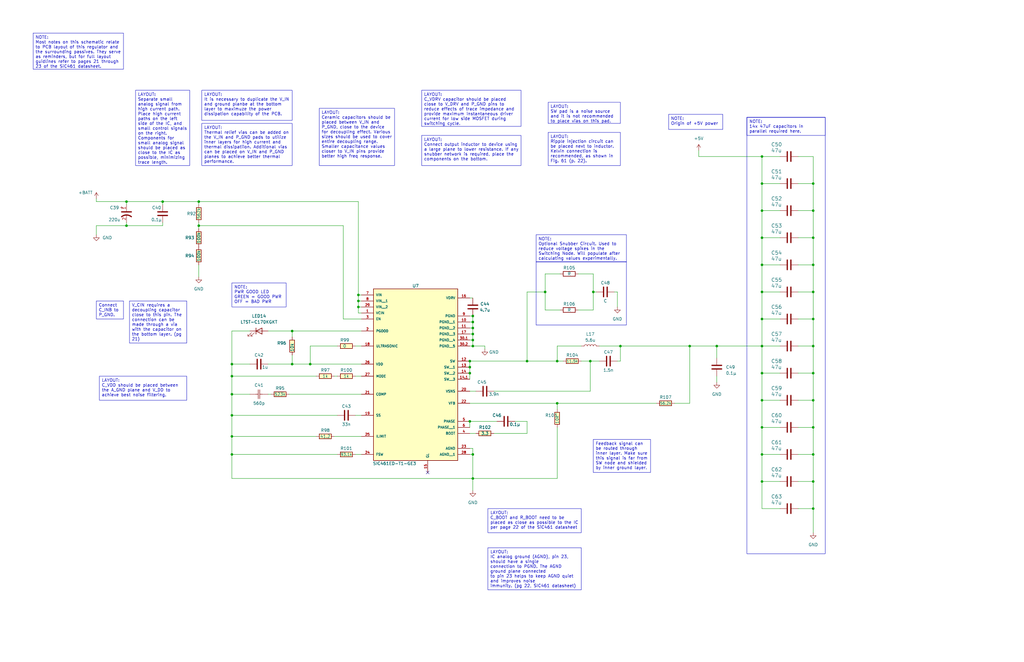
<source format=kicad_sch>
(kicad_sch (version 20230121) (generator eeschema)
  (paper "B")
  (title_block (title "5V Regulator"))
  (lib_symbols
    (symbol "Device:C" (pin_numbers hide) (pin_names (offset 0.254))
      (property "Reference" "C" (at 0.635 2.54 0))
      (property "Value" "C" (at 0.635 -2.54 0))
      (symbol "C_1_1"
        (pin passive line (at 0 3.81 270) (length 2.794) (name "~") (number "1"))
        (pin passive line (at 0 -3.81 90) (length 2.794) (name "~") (number "2"))
      )
    )
    (symbol "Device:R" (pin_numbers hide) (pin_names (offset 0))
      (property "Reference" "R" (at 2.032 0 90))
      (property "Value" "R" (at 0 0 90))
      (symbol "R_1_1"
        (pin passive line (at 0 3.81 270) (length 1.27) (name "~") (number "1"))
        (pin passive line (at 0 -3.81 90) (length 1.27) (name "~") (number "2"))
      )
    )
    (symbol "FixedWing:08053C333KAT2A" (pin_numbers hide) (pin_names (offset 1.016) hide)
      (property "Reference" "C" (at 1.27 2.54 0))
      (property "Value" "33n" (at 0 -3.81 0))
      (symbol "08053C333KAT2A_1_1"
        (pin passive line (at 0 0 0) (length 2.794) (name "~") (number "1"))
        (pin passive line (at 7.62 0 180) (length 2.794) (name "~") (number "2"))
      )
    )
    (symbol "FixedWing:CC0805JRNPO9BN561" (pin_numbers hide) (pin_names (offset 0) hide)
      (property "Reference" "C" (at 3.81 3.81 0))
      (property "Value" "560p" (at 3.81 -3.81 0))
      (symbol "CC0805JRNPO9BN561_1_1"
        (pin passive line (at 0 0 0) (length 2.54) (name "") (number "1"))
        (pin passive line (at 7.62 0 180) (length 2.54) (name "") (number "2"))
      )
      (symbol "CC0805JRNPO9BN561_1_2"
        (pin unspecified line (at 0 0 270) (length 2.54) (name "") (number "1"))
        (pin unspecified line (at 0 -7.62 90) (length 2.54) (name "") (number "2"))
      )
    )
    (symbol "FixedWing:CRCW080541K2FKEA" (pin_numbers hide) (pin_names (offset 0.254) hide)
      (property "Reference" "R" (at 3.81 2.54 0))
      (property "Value" "41.2" (at 3.81 -2.54 0))
      (symbol "CRCW080541K2FKEA_1_1"
        (pin passive line (at 0 0 0) (length 1.27) (name "~") (number "1"))
        (pin passive line (at 7.62 0 180) (length 1.27) (name "~") (number "2"))
      )
      (symbol "CRCW080541K2FKEA_1_2"
        (pin unspecified line (at 0 12.7 270) (length 2.54) (name "") (number "1"))
        (pin unspecified line (at 0 0 90) (length 2.54) (name "") (number "2"))
      )
    )
    (symbol "FixedWing:EEUFR1J221L" (pin_names (offset 0) hide)
      (property "Reference" "C" (at 2.54 3.81 0))
      (property "Value" "220u" (at 1.27 -5.08 0))
      (symbol "EEUFR1J221L_1_1"
        (pin passive line (at 0 0 0) (length 2.794) (name "P") (number "1"))
        (pin passive line (at 7.62 0 180) (length 3.302) (name "N") (number "2"))
      )
    )
    (symbol "FixedWing:GCJ188R72A104KA01D" (pin_numbers hide) (pin_names (offset 0) hide)
      (property "Reference" "C" (at 1.27 2.54 0))
      (property "Value" "0.1µ" (at 7.62 -2.54 0))
      (symbol "GCJ188R72A104KA01D_1_1"
        (pin passive line (at 0 0 0) (length 2.794) (name "~") (number "1"))
        (pin passive line (at 7.62 0 180) (length 2.794) (name "~") (number "2"))
      )
      (symbol "GCJ188R72A104KA01D_1_2"
        (pin unspecified line (at 0 0 270) (length 2.54) (name "") (number "1"))
        (pin unspecified line (at 0 -7.62 90) (length 2.54) (name "") (number "2"))
      )
    )
    (symbol "FixedWing:GCM188R71C105KA64D" (pin_numbers hide) (pin_names (offset 0) hide)
      (property "Reference" "C" (at 0 1.27 0))
      (property "Value" "1u" (at 5.08 -2.54 0))
      (symbol "GCM188R71C105KA64D_1_1"
        (pin passive line (at 0 0 0) (length 2.794) (name "~") (number "1"))
        (pin passive line (at 7.62 0 180) (length 2.794) (name "~") (number "2"))
      )
    )
    (symbol "FixedWing:GCM21BC71E475KE36L" (pin_numbers hide) (pin_names (offset 0) hide)
      (property "Reference" "C" (at 0 1.27 0))
      (property "Value" "4.7u" (at 5.08 -2.54 0))
      (symbol "GCM21BC71E475KE36L_1_1"
        (pin passive line (at 0 0 0) (length 2.794) (name "~") (number "1"))
        (pin passive line (at 7.62 0 180) (length 2.794) (name "~") (number "2"))
      )
    )
    (symbol "FixedWing:GRM2165C1H152JA01D" (pin_numbers hide) (pin_names (offset 0.254) hide)
      (property "Reference" "C" (at 1.27 2.54 0))
      (property "Value" "1.5n" (at 7.62 -2.54 0))
      (symbol "GRM2165C1H152JA01D_1_1"
        (pin passive line (at 0 0 0) (length 2.794) (name "~") (number "1"))
        (pin passive line (at 7.62 0 180) (length 2.794) (name "~") (number "2"))
      )
      (symbol "GRM2165C1H152JA01D_1_2"
        (pin unspecified line (at 0 0 270) (length 2.54) (name "") (number "1"))
        (pin unspecified line (at 0 -7.62 90) (length 2.54) (name "") (number "2"))
      )
    )
    (symbol "FixedWing:GRM2165C1H392JA01D" (pin_numbers hide) (pin_names (offset 0) hide)
      (property "Reference" "C" (at 1.27 2.54 0))
      (property "Value" "3.9n" (at 8.89 -2.54 0))
      (symbol "GRM2165C1H392JA01D_1_1"
        (pin passive line (at 0 0 0) (length 2.794) (name "~") (number "1"))
        (pin passive line (at 7.62 0 180) (length 2.794) (name "~") (number "2"))
      )
      (symbol "GRM2165C1H392JA01D_1_2"
        (pin unspecified line (at 0 0 270) (length 2.54) (name "") (number "1"))
        (pin unspecified line (at 0 -7.62 90) (length 2.54) (name "") (number "2"))
      )
    )
    (symbol "FixedWing:GRM32ER71A476KE15L" (pin_numbers hide) (pin_names (offset 0) hide)
      (property "Reference" "C" (at 1.27 2.54 0))
      (property "Value" "47u" (at 7.62 -2.54 0))
      (symbol "GRM32ER71A476KE15L_1_1"
        (pin passive line (at 0 0 0) (length 2.794) (name "~") (number "1"))
        (pin passive line (at 7.62 0 180) (length 2.794) (name "~") (number "2"))
      )
      (symbol "GRM32ER71A476KE15L_1_2"
        (pin unspecified line (at 0 0 270) (length 2.54) (name "") (number "1"))
        (pin unspecified line (at 0 -7.62 90) (length 2.54) (name "") (number "2"))
      )
    )
    (symbol "FixedWing:IHLP6767GZER5R6M01" (pin_numbers hide) (pin_names (offset 0) hide)
      (property "Reference" "L" (at 3.81 2.54 0))
      (property "Value" "5.6u" (at 3.81 -2.54 0))
      (symbol "IHLP6767GZER5R6M01_1_1"
        (pin passive line (at 0 0 0) (length 1.27) (name "1") (number "1"))
        (pin passive line (at 7.62 0 180) (length 1.27) (name "2") (number "2"))
      )
      (symbol "IHLP6767GZER5R6M01_1_2"
        (pin unspecified line (at 0 15.24 270) (length 2.54) (name "1") (number "1"))
        (pin unspecified line (at 0 0 90) (length 2.54) (name "2") (number "2"))
      )
    )
    (symbol "FixedWing:LTST-C170KGKT" (pin_numbers hide) (pin_names (offset 0) hide)
      (property "Reference" "LED" (at 11.43 5.715 0))
      (property "Value" "LTST-C170KGKT" (at 11.43 3.81 0))
      (symbol "LTST-C170KGKT_1_1"
        (pin passive line (at 0 0 0) (length 2.54) (name "K") (number "1"))
        (pin passive line (at 7.62 0 180) (length 2.54) (name "A") (number "2"))
      )
      (symbol "LTST-C170KGKT_1_2"
        (pin unspecified line (at 0 10.16 270) (length 2.54) (name "") (number "1"))
        (pin unspecified line (at 0 0 90) (length 2.54) (name "") (number "2"))
      )
    )
    (symbol "FixedWing:RC0805FR-07100KL" (pin_numbers hide) (pin_names (offset 1.016) hide)
      (property "Reference" "R" (at 2.54 1.27 0))
      (property "Value" "100k" (at 1.27 -3.81 0))
      (symbol "RC0805FR-07100KL_1_1"
        (pin passive line (at 0 0 0) (length 1.27) (name "~") (number "1"))
        (pin passive line (at 7.62 0 180) (length 1.27) (name "~") (number "2"))
      )
    )
    (symbol "FixedWing:RC0805FR-0711K5L" (pin_numbers hide) (pin_names (offset 0.254) hide)
      (property "Reference" "R" (at 3.81 2.54 0))
      (property "Value" "11.5k" (at 3.81 -2.54 0))
      (symbol "RC0805FR-0711K5L_1_1"
        (pin passive line (at 0 0 0) (length 1.27) (name "~") (number "1"))
        (pin passive line (at 7.62 0 180) (length 1.27) (name "~") (number "2"))
      )
      (symbol "RC0805FR-0711K5L_1_2"
        (pin unspecified line (at 0 12.7 270) (length 2.54) (name "") (number "1"))
        (pin unspecified line (at 0 0 90) (length 2.54) (name "") (number "2"))
      )
    )
    (symbol "FixedWing:RC0805FR-071KL" (pin_numbers hide) (pin_names (offset 0) hide)
      (property "Reference" "R" (at 3.81 2.54 0))
      (property "Value" "1k" (at 3.81 -2.54 0))
      (symbol "RC0805FR-071KL_1_1"
        (pin passive line (at 0 0 0) (length 1.27) (name "~") (number "1"))
        (pin passive line (at 7.62 0 180) (length 1.27) (name "~") (number "2"))
      )
      (symbol "RC0805FR-071KL_1_2"
        (pin unspecified line (at 0 12.7 270) (length 2.54) (name "") (number "1"))
        (pin unspecified line (at 0 0 90) (length 2.54) (name "") (number "2"))
      )
    )
    (symbol "FixedWing:RC0805FR-07523KL" (pin_numbers hide) (pin_names (offset 0.254) hide)
      (property "Reference" "R" (at 3.81 2.54 0))
      (property "Value" "523k" (at 3.81 -2.54 0))
      (symbol "RC0805FR-07523KL_1_1"
        (pin passive line (at 0 0 0) (length 1.27) (name "~") (number "1"))
        (pin passive line (at 7.62 0 180) (length 1.27) (name "~") (number "2"))
      )
      (symbol "RC0805FR-07523KL_1_2"
        (pin unspecified line (at 0 12.7 270) (length 2.54) (name "") (number "1"))
        (pin unspecified line (at 0 0 90) (length 2.54) (name "") (number "2"))
      )
    )
    (symbol "FixedWing:RC0805FR-07562KL" (pin_numbers hide) (pin_names (offset 1.016) hide)
      (property "Reference" "R" (at 2.54 1.27 0))
      (property "Value" "562k" (at 1.27 -3.81 0))
      (symbol "RC0805FR-07562KL_1_1"
        (pin passive line (at 0 0 0) (length 1.27) (name "~") (number "1"))
        (pin passive line (at 7.62 0 180) (length 1.27) (name "~") (number "2"))
      )
    )
    (symbol "FixedWing:RC0805FR-0756K2L" (pin_numbers hide) (pin_names (offset 0.254) hide)
      (property "Reference" "R" (at 3.81 2.54 0))
      (property "Value" "56.2k" (at 3.81 -2.54 0))
      (symbol "RC0805FR-0756K2L_1_1"
        (pin passive line (at 0 0 0) (length 1.27) (name "~") (number "1"))
        (pin passive line (at 7.62 0 180) (length 1.27) (name "~") (number "2"))
      )
      (symbol "RC0805FR-0756K2L_1_2"
        (pin unspecified line (at 0 12.7 270) (length 2.54) (name "") (number "1"))
        (pin unspecified line (at 0 0 90) (length 2.54) (name "") (number "2"))
      )
    )
    (symbol "FixedWing:RC0805FR-0793K1L" (pin_numbers hide) (pin_names (offset 1.016) hide)
      (property "Reference" "R" (at 2.54 1.27 0))
      (property "Value" "93.1k" (at 1.27 -3.81 0))
      (symbol "RC0805FR-0793K1L_1_1"
        (pin passive line (at 0 0 0) (length 1.27) (name "~") (number "1"))
        (pin passive line (at 7.62 0 180) (length 1.27) (name "~") (number "2"))
      )
    )
    (symbol "FixedWing:RC1206JR-070RL" (pin_numbers hide) (pin_names (offset 0) hide)
      (property "Reference" "R" (at 3.81 2.54 0))
      (property "Value" "0" (at 3.81 0 0))
      (symbol "RC1206JR-070RL_1_1"
        (pin passive line (at 0 0 0) (length 1.27) (name "~") (number "1"))
        (pin passive line (at 7.62 0 180) (length 1.27) (name "~") (number "2"))
      )
      (symbol "RC1206JR-070RL_1_2"
        (pin unspecified line (at 0 12.7 270) (length 2.54) (name "") (number "1"))
        (pin unspecified line (at 0 0 90) (length 2.54) (name "") (number "2"))
      )
    )
    (symbol "FixedWing:RK73H1JTTD3R30F" (pin_numbers hide) (pin_names (offset 1.016) hide)
      (property "Reference" "R" (at 3.81 2.54 0))
      (property "Value" "3.3" (at 3.81 -2.54 0))
      (symbol "RK73H1JTTD3R30F_1_1"
        (pin passive line (at 0 0 0) (length 1.27) (name "~") (number "1"))
        (pin passive line (at 7.62 0 180) (length 1.27) (name "~") (number "2"))
      )
    )
    (symbol "FixedWing:RK73H2ATTD1002F" (pin_numbers hide) (pin_names (offset 1.016) hide)
      (property "Reference" "R" (at 3.81 2.54 0))
      (property "Value" "10k" (at 2.54 -2.54 0))
      (symbol "RK73H2ATTD1002F_1_1"
        (pin passive line (at 0 0 0) (length 1.27) (name "~") (number "1"))
        (pin passive line (at 7.62 0 180) (length 1.27) (name "~") (number "2"))
      )
    )
    (symbol "FixedWing:SIC461ED-T1-GE3" (pin_names (offset 1.016))
      (property "Reference" "U" (at -17.78 22.86 0))
      (property "Value" "SIC461ED-T1-GE3" (at -17.78 -52.07 0))
      (symbol "SIC461ED-T1-GE3_0_0"
        (pin input line (at -22.86 12.7 0) (length 5.08) (name "VCIN") (number "1"))
        (pin power_in line (at 22.86 8.89 180) (length 5.08) (name "PGND__1") (number "10"))
        (pin power_in line (at 22.86 6.35 180) (length 5.08) (name "PGND__2") (number "11"))
        (pin output line (at 22.86 -7.62 180) (length 5.08) (name "SW") (number "12"))
        (pin output line (at 22.86 -10.16 180) (length 5.08) (name "SW__1") (number "13"))
        (pin output line (at 22.86 -12.7 180) (length 5.08) (name "SW__2") (number "14"))
        (pin output line (at 22.86 -15.24 180) (length 5.08) (name "SW__3") (number "14.1"))
        (pin output line (at 5.08 -54.61 90) (length 5.08) (name "GL") (number "15"))
        (pin power_in line (at 22.86 19.05 180) (length 5.08) (name "VDRV") (number "16"))
        (pin power_in line (at 22.86 3.81 180) (length 5.08) (name "PGND__3") (number "17"))
        (pin input line (at -22.86 -1.27 0) (length 5.08) (name "ULTRASONIC") (number "18"))
        (pin passive line (at -22.86 -30.48 0) (length 5.08) (name "SS") (number "19"))
        (pin output line (at -22.86 5.08 0) (length 5.08) (name "PGOOD") (number "2"))
        (pin input line (at 22.86 -20.32 180) (length 5.08) (name "VSNS") (number "20"))
        (pin passive line (at -22.86 -21.59 0) (length 5.08) (name "COMP") (number "21"))
        (pin input line (at 22.86 -25.4 180) (length 5.08) (name "VFB") (number "22"))
        (pin power_in line (at 22.86 -44.45 180) (length 5.08) (name "AGND") (number "23"))
        (pin passive line (at -22.86 -46.99 0) (length 5.08) (name "FSW") (number "24"))
        (pin passive line (at -22.86 -39.37 0) (length 5.08) (name "ILIMIT") (number "25"))
        (pin power_in line (at -22.86 -8.89 0) (length 5.08) (name "VDD") (number "26"))
        (pin input line (at -22.86 -13.97 0) (length 5.08) (name "MODE") (number "27"))
        (pin power_in line (at 22.86 -46.99 180) (length 5.08) (name "AGND__1") (number "28"))
        (pin input line (at -22.86 15.24 0) (length 5.08) (name "VIN__2") (number "29"))
        (pin input line (at -22.86 10.16 0) (length 5.08) (name "EN") (number "3"))
        (pin power_in line (at 22.86 1.27 180) (length 5.08) (name "PGND__4") (number "30.1"))
        (pin power_in line (at 22.86 -1.27 180) (length 5.08) (name "PGND__5") (number "30.2"))
        (pin passive line (at 22.86 -38.1 180) (length 5.08) (name "BOOT") (number "4"))
        (pin output line (at 22.86 -33.02 180) (length 5.08) (name "PHASE") (number "5"))
        (pin output line (at 22.86 -35.56 180) (length 5.08) (name "PHASE__1") (number "6"))
        (pin input line (at -22.86 20.32 0) (length 5.08) (name "VIN") (number "7"))
        (pin input line (at -22.86 17.78 0) (length 5.08) (name "VIN__1") (number "8"))
        (pin power_in line (at 22.86 11.43 180) (length 5.08) (name "PGND") (number "9"))
      )
    )
    (symbol "power:+5V" (power) (pin_names (offset 0))
      (property "Value" "+5V" (at 0 3.556 0))
      (symbol "+5V_1_1"
        (pin power_in line (at 0 0 90) (length 0) hide (name "+5V") (number "1"))
      )
    )
    (symbol "power:+BATT" (power) (pin_names (offset 0))
      (property "Value" "+BATT" (at 0 3.556 0))
      (symbol "+BATT_1_1"
        (pin power_in line (at 0 0 90) (length 0) hide (name "+BATT") (number "1"))
      )
    )
    (symbol "power:GND" (power) (pin_names (offset 0))
      (property "Value" "GND" (at 0 -3.81 0))
      (symbol "GND_1_1"
        (pin power_in line (at 0 0 270) (length 0) hide (name "GND") (number "1"))
      )
    )
  )
  (junction (at 151.13 127))
  (junction (at 321.31 168.91))
  (junction (at 199.39 133.35))
  (junction (at 342.9 134.62))
  (junction (at 321.31 100.33))
  (junction (at 97.79 153.67))
  (junction (at 342.9 111.76))
  (junction (at 342.9 168.91))
  (junction (at 321.31 203.2))
  (junction (at 342.9 157.48))
  (junction (at 250.19 123.19))
  (junction (at 83.82 85.09))
  (junction (at 342.9 77.47))
  (junction (at 222.25 152.4))
  (junction (at 234.95 152.4))
  (junction (at 199.39 146.05))
  (junction (at 198.12 154.94))
  (junction (at 342.9 203.2))
  (junction (at 302.26 146.05))
  (junction (at 342.9 191.77))
  (junction (at 321.31 66.04))
  (junction (at 130.81 153.67))
  (junction (at 97.79 191.77))
  (junction (at 198.12 177.8))
  (junction (at 342.9 88.9))
  (junction (at 342.9 100.33))
  (junction (at 321.31 77.47))
  (junction (at 199.39 191.77))
  (junction (at 342.9 214.63))
  (junction (at 321.31 180.34))
  (junction (at 83.82 95.25))
  (junction (at 321.31 88.9))
  (junction (at 321.31 191.77))
  (junction (at 321.31 134.62))
  (junction (at 68.58 85.09))
  (junction (at 290.83 146.05))
  (junction (at 123.19 153.67))
  (junction (at 342.9 180.34))
  (junction (at 321.31 111.76))
  (junction (at 97.79 158.75))
  (junction (at 97.79 166.37))
  (junction (at 248.92 152.4))
  (junction (at 229.87 123.19))
  (junction (at 321.31 123.19))
  (junction (at 342.9 146.05))
  (junction (at 198.12 152.4))
  (junction (at 199.39 140.97))
  (junction (at 321.31 157.48))
  (junction (at 151.13 129.54))
  (junction (at 261.62 146.05))
  (junction (at 199.39 143.51))
  (junction (at 199.39 201.93))
  (junction (at 123.19 139.7))
  (junction (at 97.79 175.26))
  (junction (at 198.12 157.48))
  (junction (at 234.95 170.18))
  (junction (at 53.34 95.25))
  (junction (at 151.13 124.46))
  (junction (at 199.39 138.43))
  (junction (at 199.39 135.89))
  (junction (at 342.9 123.19))
  (junction (at 321.31 146.05))
  (junction (at 53.34 85.09))
  (junction (at 97.79 184.15))
  (no_connect (at 180.34 199.39))
  (wire (pts (xy 97.79 175.26) (xy 97.79 184.15)))
  (wire (pts (xy 142.24 146.05) (xy 130.81 146.05)))
  (wire (pts (xy 260.35 123.19) (xy 259.08 123.19)))
  (wire (pts (xy 321.31 88.9) (xy 321.31 100.33)))
  (wire (pts (xy 336.55 66.04) (xy 342.9 66.04)))
  (wire (pts (xy 40.64 95.25) (xy 53.34 95.25)))
  (wire (pts (xy 123.19 153.67) (xy 130.81 153.67)))
  (wire (pts (xy 198.12 152.4) (xy 222.25 152.4)))
  (wire (pts (xy 199.39 138.43) (xy 198.12 138.43)))
  (wire (pts (xy 140.97 184.15) (xy 152.4 184.15)))
  (wire (pts (xy 229.87 115.57) (xy 236.22 115.57)))
  (wire (pts (xy 321.31 146.05) (xy 321.31 157.48)))
  (wire (pts (xy 248.92 152.4) (xy 248.92 165.1)))
  (wire (pts (xy 97.79 153.67) (xy 97.79 158.75)))
  (wire (pts (xy 198.12 152.4) (xy 198.12 154.94)))
  (wire (pts (xy 83.82 95.25) (xy 83.82 93.98)))
  (wire (pts (xy 53.34 95.25) (xy 68.58 95.25)))
  (wire (pts (xy 151.13 85.09) (xy 151.13 124.46)))
  (wire (pts (xy 149.86 146.05) (xy 152.4 146.05)))
  (wire (pts (xy 243.84 115.57) (xy 250.19 115.57)))
  (wire (pts (xy 234.95 201.93) (xy 199.39 201.93)))
  (wire (pts (xy 261.62 146.05) (xy 290.83 146.05)))
  (wire (pts (xy 342.9 168.91) (xy 342.9 180.34)))
  (wire (pts (xy 294.64 63.5) (xy 294.64 66.04)))
  (wire (pts (xy 342.9 214.63) (xy 342.9 224.79)))
  (wire (pts (xy 234.95 146.05) (xy 234.95 152.4)))
  (wire (pts (xy 328.93 214.63) (xy 321.31 214.63)))
  (wire (pts (xy 342.9 180.34) (xy 342.9 191.77)))
  (wire (pts (xy 199.39 140.97) (xy 198.12 140.97)))
  (wire (pts (xy 336.55 77.47) (xy 342.9 77.47)))
  (wire (pts (xy 199.39 133.35) (xy 198.12 133.35)))
  (wire (pts (xy 342.9 88.9) (xy 342.9 100.33)))
  (wire (pts (xy 199.39 201.93) (xy 199.39 191.77)))
  (wire (pts (xy 83.82 86.36) (xy 83.82 85.09)))
  (wire (pts (xy 151.13 129.54) (xy 152.4 129.54)))
  (wire (pts (xy 234.95 170.18) (xy 276.86 170.18)))
  (wire (pts (xy 290.83 170.18) (xy 284.48 170.18)))
  (wire (pts (xy 97.79 184.15) (xy 97.79 191.77)))
  (wire (pts (xy 336.55 157.48) (xy 342.9 157.48)))
  (wire (pts (xy 144.78 95.25) (xy 144.78 134.62)))
  (wire (pts (xy 198.12 154.94) (xy 198.12 157.48)))
  (wire (pts (xy 260.35 123.19) (xy 260.35 129.54)))
  (wire (pts (xy 199.39 135.89) (xy 198.12 135.89)))
  (wire (pts (xy 342.9 214.63) (xy 336.55 214.63)))
  (wire (pts (xy 321.31 168.91) (xy 321.31 180.34)))
  (wire (pts (xy 68.58 85.09) (xy 83.82 85.09)))
  (wire (pts (xy 204.47 146.05) (xy 199.39 146.05)))
  (wire (pts (xy 113.03 166.37) (xy 114.3 166.37)))
  (wire (pts (xy 328.93 111.76) (xy 321.31 111.76)))
  (wire (pts (xy 336.55 100.33) (xy 342.9 100.33)))
  (wire (pts (xy 302.26 146.05) (xy 302.26 151.13)))
  (wire (pts (xy 328.93 168.91) (xy 321.31 168.91)))
  (wire (pts (xy 250.19 130.81) (xy 243.84 130.81)))
  (wire (pts (xy 149.86 158.75) (xy 152.4 158.75)))
  (wire (pts (xy 321.31 180.34) (xy 321.31 191.77)))
  (wire (pts (xy 97.79 166.37) (xy 97.79 175.26)))
  (wire (pts (xy 222.25 123.19) (xy 229.87 123.19)))
  (wire (pts (xy 321.31 134.62) (xy 321.31 146.05)))
  (wire (pts (xy 53.34 85.09) (xy 68.58 85.09)))
  (wire (pts (xy 199.39 135.89) (xy 199.39 138.43)))
  (wire (pts (xy 97.79 175.26) (xy 142.24 175.26)))
  (wire (pts (xy 113.03 153.67) (xy 123.19 153.67)))
  (wire (pts (xy 342.9 66.04) (xy 342.9 77.47)))
  (wire (pts (xy 336.55 88.9) (xy 342.9 88.9)))
  (wire (pts (xy 342.9 134.62) (xy 342.9 146.05)))
  (wire (pts (xy 336.55 123.19) (xy 342.9 123.19)))
  (wire (pts (xy 234.95 152.4) (xy 237.49 152.4)))
  (wire (pts (xy 229.87 115.57) (xy 229.87 123.19)))
  (wire (pts (xy 234.95 146.05) (xy 245.11 146.05)))
  (wire (pts (xy 151.13 124.46) (xy 152.4 124.46)))
  (wire (pts (xy 144.78 134.62) (xy 152.4 134.62)))
  (wire (pts (xy 321.31 100.33) (xy 321.31 111.76)))
  (wire (pts (xy 97.79 158.75) (xy 133.35 158.75)))
  (wire (pts (xy 342.9 191.77) (xy 342.9 203.2)))
  (wire (pts (xy 149.86 191.77) (xy 152.4 191.77)))
  (wire (pts (xy 198.12 170.18) (xy 234.95 170.18)))
  (wire (pts (xy 113.03 139.7) (xy 123.19 139.7)))
  (wire (pts (xy 83.82 95.25) (xy 83.82 96.52)))
  (wire (pts (xy 198.12 125.73) (xy 199.39 125.73)))
  (wire (pts (xy 199.39 138.43) (xy 199.39 140.97)))
  (wire (pts (xy 336.55 203.2) (xy 342.9 203.2)))
  (wire (pts (xy 250.19 115.57) (xy 250.19 123.19)))
  (wire (pts (xy 140.97 158.75) (xy 142.24 158.75)))
  (wire (pts (xy 151.13 127) (xy 151.13 129.54)))
  (wire (pts (xy 53.34 86.36) (xy 53.34 85.09)))
  (wire (pts (xy 328.93 77.47) (xy 321.31 77.47)))
  (wire (pts (xy 336.55 180.34) (xy 342.9 180.34)))
  (wire (pts (xy 83.82 85.09) (xy 151.13 85.09)))
  (wire (pts (xy 251.46 123.19) (xy 250.19 123.19)))
  (wire (pts (xy 151.13 129.54) (xy 151.13 132.08)))
  (wire (pts (xy 229.87 123.19) (xy 229.87 130.81)))
  (wire (pts (xy 222.25 177.8) (xy 217.17 177.8)))
  (wire (pts (xy 342.9 203.2) (xy 342.9 214.63)))
  (wire (pts (xy 208.28 182.88) (xy 222.25 182.88)))
  (wire (pts (xy 342.9 111.76) (xy 342.9 123.19)))
  (wire (pts (xy 328.93 100.33) (xy 321.31 100.33)))
  (wire (pts (xy 222.25 177.8) (xy 222.25 182.88)))
  (wire (pts (xy 151.13 127) (xy 152.4 127)))
  (wire (pts (xy 130.81 153.67) (xy 152.4 153.67)))
  (wire (pts (xy 342.9 157.48) (xy 342.9 168.91)))
  (wire (pts (xy 204.47 147.32) (xy 204.47 146.05)))
  (wire (pts (xy 151.13 132.08) (xy 152.4 132.08)))
  (wire (pts (xy 199.39 143.51) (xy 199.39 146.05)))
  (wire (pts (xy 199.39 191.77) (xy 198.12 191.77)))
  (wire (pts (xy 222.25 152.4) (xy 222.25 123.19)))
  (wire (pts (xy 234.95 172.72) (xy 234.95 170.18)))
  (wire (pts (xy 336.55 168.91) (xy 342.9 168.91)))
  (wire (pts (xy 302.26 158.75) (xy 302.26 161.29)))
  (wire (pts (xy 245.11 152.4) (xy 248.92 152.4)))
  (wire (pts (xy 97.79 166.37) (xy 105.41 166.37)))
  (wire (pts (xy 97.79 184.15) (xy 133.35 184.15)))
  (wire (pts (xy 40.64 85.09) (xy 53.34 85.09)))
  (wire (pts (xy 321.31 123.19) (xy 321.31 134.62)))
  (wire (pts (xy 97.79 201.93) (xy 199.39 201.93)))
  (wire (pts (xy 248.92 165.1) (xy 208.28 165.1)))
  (wire (pts (xy 199.39 140.97) (xy 199.39 143.51)))
  (wire (pts (xy 342.9 100.33) (xy 342.9 111.76)))
  (wire (pts (xy 229.87 130.81) (xy 236.22 130.81)))
  (wire (pts (xy 234.95 180.34) (xy 234.95 201.93)))
  (wire (pts (xy 83.82 111.76) (xy 83.82 116.84)))
  (wire (pts (xy 336.55 191.77) (xy 342.9 191.77)))
  (wire (pts (xy 328.93 123.19) (xy 321.31 123.19)))
  (wire (pts (xy 200.66 182.88) (xy 198.12 182.88)))
  (wire (pts (xy 336.55 134.62) (xy 342.9 134.62)))
  (wire (pts (xy 321.31 66.04) (xy 328.93 66.04)))
  (wire (pts (xy 40.64 95.25) (xy 40.64 99.06)))
  (wire (pts (xy 328.93 203.2) (xy 321.31 203.2)))
  (wire (pts (xy 83.82 95.25) (xy 144.78 95.25)))
  (wire (pts (xy 198.12 157.48) (xy 198.12 160.02)))
  (wire (pts (xy 198.12 177.8) (xy 198.12 180.34)))
  (wire (pts (xy 252.73 146.05) (xy 261.62 146.05)))
  (wire (pts (xy 328.93 191.77) (xy 321.31 191.77)))
  (wire (pts (xy 336.55 146.05) (xy 342.9 146.05)))
  (wire (pts (xy 328.93 134.62) (xy 321.31 134.62)))
  (wire (pts (xy 199.39 189.23) (xy 199.39 191.77)))
  (wire (pts (xy 328.93 180.34) (xy 321.31 180.34)))
  (wire (pts (xy 97.79 139.7) (xy 97.79 153.67)))
  (wire (pts (xy 328.93 146.05) (xy 321.31 146.05)))
  (wire (pts (xy 123.19 149.86) (xy 123.19 153.67)))
  (wire (pts (xy 321.31 66.04) (xy 321.31 77.47)))
  (wire (pts (xy 97.79 153.67) (xy 105.41 153.67)))
  (wire (pts (xy 321.31 111.76) (xy 321.31 123.19)))
  (wire (pts (xy 199.39 201.93) (xy 199.39 207.01)))
  (wire (pts (xy 328.93 88.9) (xy 321.31 88.9)))
  (wire (pts (xy 321.31 191.77) (xy 321.31 203.2)))
  (wire (pts (xy 222.25 152.4) (xy 234.95 152.4)))
  (wire (pts (xy 68.58 86.36) (xy 68.58 85.09)))
  (wire (pts (xy 261.62 152.4) (xy 260.35 152.4)))
  (wire (pts (xy 97.79 158.75) (xy 97.79 166.37)))
  (wire (pts (xy 199.39 189.23) (xy 198.12 189.23)))
  (wire (pts (xy 321.31 157.48) (xy 321.31 168.91)))
  (wire (pts (xy 290.83 146.05) (xy 290.83 170.18)))
  (wire (pts (xy 149.86 175.26) (xy 152.4 175.26)))
  (wire (pts (xy 97.79 191.77) (xy 97.79 201.93)))
  (wire (pts (xy 130.81 146.05) (xy 130.81 153.67)))
  (wire (pts (xy 321.31 77.47) (xy 321.31 88.9)))
  (wire (pts (xy 123.19 139.7) (xy 123.19 142.24)))
  (wire (pts (xy 68.58 95.25) (xy 68.58 93.98)))
  (wire (pts (xy 342.9 123.19) (xy 342.9 134.62)))
  (wire (pts (xy 248.92 152.4) (xy 252.73 152.4)))
  (wire (pts (xy 121.92 166.37) (xy 152.4 166.37)))
  (wire (pts (xy 97.79 191.77) (xy 142.24 191.77)))
  (wire (pts (xy 294.64 66.04) (xy 321.31 66.04)))
  (wire (pts (xy 97.79 139.7) (xy 105.41 139.7)))
  (wire (pts (xy 290.83 146.05) (xy 302.26 146.05)))
  (wire (pts (xy 342.9 146.05) (xy 342.9 157.48)))
  (wire (pts (xy 40.64 85.09) (xy 40.64 83.82)))
  (wire (pts (xy 199.39 143.51) (xy 198.12 143.51)))
  (wire (pts (xy 199.39 133.35) (xy 199.39 135.89)))
  (wire (pts (xy 53.34 93.98) (xy 53.34 95.25)))
  (wire (pts (xy 199.39 146.05) (xy 198.12 146.05)))
  (wire (pts (xy 342.9 77.47) (xy 342.9 88.9)))
  (wire (pts (xy 261.62 146.05) (xy 261.62 152.4)))
  (wire (pts (xy 123.19 139.7) (xy 152.4 139.7)))
  (wire (pts (xy 200.66 165.1) (xy 198.12 165.1)))
  (wire (pts (xy 198.12 177.8) (xy 209.55 177.8)))
  (wire (pts (xy 302.26 146.05) (xy 321.31 146.05)))
  (wire (pts (xy 250.19 123.19) (xy 250.19 130.81)))
  (wire (pts (xy 151.13 124.46) (xy 151.13 127)))
  (wire (pts (xy 336.55 111.76) (xy 342.9 111.76)))
  (wire (pts (xy 321.31 203.2) (xy 321.31 214.63)))
  (wire (pts (xy 328.93 157.48) (xy 321.31 157.48)))
  (rectangle (start 226.06 110.49) (end 264.16 137.16))
  (rectangle (start 314.96 49.53) (end 347.98 233.68))
  (text_box "Feedback signal can be routed through inner layer. Make sure this signal is far from SW node and shielded by inner ground layer." (at 250.19 185.42 0) (size 24.13 13.97) (effects (font (size 1.27 1.27)) (justify left top)))
  (text_box "LAYOUT:\nRipple injection circuit can be placed next to inductor. Kelvin connection is recommended, as shown in Fig. 61 (p. 22)." (at 231.14 55.88 0) (size 30.48 13.97) (effects (font (size 1.27 1.27)) (justify left top)))
  (text_box "V_CIN requires a decoupling capacitor close to this pin. The connection can be made through a via with the capacitor on the bottom layer. (pg 21)" (at 54.61 127 0) (size 24.13 17.78) (effects (font (size 1.27 1.27)) (justify left top)))
  (text_box "LAYOUT:\nC_VDD should be placed between the A_GND plane and V_DD to achieve best noise filtering." (at 41.91 158.75 0) (size 36.83 10.16) (effects (font (size 1.27 1.27)) (justify left top)))
  (text_box "LAYOUT:\nCeramic capacitors should be placed between V_IN and P_GND, close to the device for decoupling effect. Various sizes should be used to cover entire decoupling range. Smaller capacitance values closer to V_IN pins provide better high freq response." (at 134.62 45.72 0) (size 31.75 24.13) (effects (font (size 1.27 1.27)) (justify left top)))
  (text_box "Connect C_INB to P_GND." (at 40.64 127 0) (size 11.43 7.62) (effects (font (size 1.27 1.27)) (justify left top)))
  (text_box "LAYOUT:\nIt is necessary to duplicate the V_IN and ground planbe at the bottom layer to maximuze the power dissipation capability of the PCB." (at 85.09 38.1 0) (size 38.1 12.7) (effects (font (size 1.27 1.27)) (justify left top)))
  (text_box "LAYOUT:\nSW pad is a noise source and it is not recommended to place vias on this pad." (at 231.14 43.18 0) (size 30.48 8.89) (effects (font (size 1.27 1.27)) (justify left top)))
  (text_box "NOTE:\n14x 47uF capacitors in parallel required here." (at 314.96 49.53 0) (size 33.02 7.62) (effects (font (size 1.27 1.27)) (justify left top)))
  (text_box "NOTE:\nOrigin of +5V power" (at 281.94 48.26 0) (size 22.86 6.35) (effects (font (size 1.27 1.27)) (justify left top)))
  (text_box "NOTE:\nMost notes on this schematic relate to PCB layout of this regulator and the surrounding passives. They serve as reminders, but for full layout guidlines refer to pages 21 through 23 of the SiC461 datasheet." (at 13.97 13.97 0) (size 38.1 15.24) (effects (font (size 1.27 1.27)) (justify left top)))
  (text_box "LAYOUT:\nC_BOOT and R_BOOT need to be placed as close as possible to the IC per page 22 of the SiC461 datasheet" (at 205.74 214.63 0) (size 39.37 10.16) (effects (font (size 1.27 1.27)) (justify left top)))
  (text_box "NOTE:\nOptional Snubber Circuit. Used to reduce voltage spikes in the Switching Node. Will populate after calculating values experimentally." (at 226.06 99.06 0) (size 38.1 11.43) (effects (font (size 1.27 1.27)) (justify left top)))
  (text_box "LAYOUT:\nC_VDRV capacitor should be placed close to V_DRV and P_GND pins to reduce effects of trace impedance and provide maximum instantaneous driver current for low side MOSFET during switching cycle." (at 177.8 38.1 0) (size 41.91 15.24) (effects (font (size 1.27 1.27)) (justify left top)))
  (text_box "LAYOUT:\nIC analog ground (AGND), pin 23, should have a single\nconnection to PGND. The AGND ground plane connected\nto pin 23 helps to keep AGND quiet and improves noise\nimmunity. (pg 22, SIC461 datasheet)" (at 205.74 231.14 0) (size 39.37 17.78) (effects (font (size 1.27 1.27)) (justify left top)))
  (text_box "LAYOUT:\nSeparate small analog signal from high current path. Place high current paths on the left side of the IC, and small control signals on the right. Components for small analog signal should be placed as close to the IC as possible, minimizing trace length." (at 57.15 38.1 0) (size 22.86 31.75) (effects (font (size 1.27 1.27)) (justify left top)))
  (text_box "LAYOUT:\nThermal relief vias can be added on the V_IN and P_GND pads to utilize inner layers for high current and thermal dissipatiion. Additional vias can be placed on V_IN and P_GND planes to achieve better thermal performance." (at 85.09 52.07 0) (size 38.1 17.78) (effects (font (size 1.27 1.27)) (justify left top)))
  (text_box "NOTE:\nPWR GOOD LED\nGREEN = GOOD PWR\nOFF = BAD PWR" (at 97.79 119.38 0) (size 22.86 10.16) (effects (font (size 1.27 1.27)) (justify left top)))
  (text_box "LAYOUT:\nConnect output inductor to device using a large plane to lower resistance. If any snubber network is required, place the components on the bottom." (at 177.8 57.15 0) (size 41.91 12.7) (effects (font (size 1.27 1.27)) (justify left top)))
  (symbol (lib_id "power:GND") (at 199.39 207.01 0) (unit 1)
    (property "Reference" "#PWR049" (effects hide))
    (property "Value" "GND" (at 199.39 212.09 0))
  )
  (symbol (lib_id "FixedWing:IHLP6767GZER5R6M01") (at 245.11 146.05 0) (unit 1)
    (property "Reference" "L17" (at 248.92 140.97 0))
    (property "Value" "5.6u" (at 248.92 143.51 0))
    (property "Footprint" "FixedWing:IND_IHLP-6767GZ_VIS" (effects hide))
    (property "Datasheet" "https://www.vishay.com/docs/34000/ihlp-6767gz-01.pdf" (effects hide))
    (property "Manufacturer" "Vishay Dale" (effects hide))
    (property "Manufacturer Part Number" "IHLP6767GZER5R6M01" (effects hide))
  )
  (symbol (lib_id "FixedWing:GRM32ER71A476KE15L") (at 336.55 146.05 180) (unit 1)
    (property "Reference" "C57" (at 325.12 140.97 0) (effects (font (size 1.524 1.524)) (justify right)))
    (property "Value" "47u" (at 325.12 143.51 0) (effects (font (size 1.524 1.524)) (justify right)))
    (property "Footprint" "FixedWing:G-32_MUR" (effects hide))
    (property "Datasheet" "https://search.murata.co.jp/Ceramy/image/img/A01X/G101/ENG/GRM32ER71A476KE15-04CA.pdf" (effects hide))
    (property "Manufacturer" "Murata Electronics" (effects hide))
    (property "Manufacturer Part Number" "GRM32ER71A476KE15L" (effects hide))
  )
  (symbol (lib_id "FixedWing:RC0805FR-07562KL") (at 83.82 93.98 90) (unit 1)
    (property "Reference" "R92" (at 78.74 90.17 90) (effects (justify right)))
    (property "Value" "562k" (at 83.82 87.63 0) (effects (justify right)))
    (property "Footprint" "FixedWing:RESC2012X60N" (effects hide))
    (property "Datasheet" "https://www.yageo.com/upload/media/product/products/datasheet/rchip/PYu-RC_Group_51_RoHS_L_12.pdf" (effects hide))
    (property "Manufacturer" "YAGEO" (effects hide))
    (property "Manufacturer Part Number" "RC0805FR-07562KL" (effects hide))
  )
  (symbol (lib_id "FixedWing:GCJ188R72A104KA01D") (at 217.17 177.8 180) (unit 1)
    (property "Reference" "C46" (at 209.55 175.26 0))
    (property "Value" "0.1µ" (at 217.17 179.07 0))
    (property "Footprint" "FixedWing:CAP_GCJ-18_MUR" (effects hide))
    (property "Datasheet" "https://search.murata.co.jp/Ceramy/image/img/A01X/G101/ENG/GCJ21BR71A106KE01-01A.pdf" (effects hide))
    (property "Manufacturer" "Murata Electronics" (effects hide))
    (property "Manufacturer_Part_Number" "GCJ188R72A104KA01D" (effects hide))
  )
  (symbol (lib_id "FixedWing:LTST-C170KGKT") (at 105.41 139.7 0) (unit 1)
    (property "Reference" "LED14" (at 109.22 133.35 0))
    (property "Value" "LTST-C170KGKT" (at 109.22 135.89 0))
    (property "Footprint" "FixedWing:LED_LTST-C170KGKT_LTO" (effects hide))
    (property "Datasheet" "https://optoelectronics.liteon.com/upload/download/DS22-2000-073/LTST-C170KGKT.pdf" (effects hide))
    (property "Manufacturer" "Lite-On Inc." (effects hide))
    (property "Manufacturer Part Number" "LTST-C170KGKT" (effects hide))
  )
  (symbol (lib_id "FixedWing:CC0805JRNPO9BN561") (at 105.41 166.37 0) (unit 1)
    (property "Reference" "C41" (at 109.22 162.56 0))
    (property "Value" "560p" (at 109.22 170.18 0))
    (property "Footprint" "FixedWing:CAP_CC0805_YAG" (effects hide))
    (property "Datasheet" "https://www.yageo.com/upload/media/product/productsearch/datasheet/mlcc/UPY-GP_NP0_16V-to-50V_18.pdf" (effects hide))
    (property "Manufacturer" "YAGEO" (effects hide))
    (property "Manufacturer Part Number" "CC0805JRNPO9BN561" (effects hide))
  )
  (symbol (lib_id "FixedWing:GRM2165C1H392JA01D") (at 200.66 165.1 0) (unit 1)
    (property "Reference" "C45" (at 203.2 161.29 0))
    (property "Value" "3.9n" (at 208.28 166.37 0))
    (property "Footprint" "FixedWing:G-21_MUR" (effects hide))
    (property "Datasheet" "https://search.murata.co.jp/Ceramy/image/img/A01X/G101/ENG/GRM2165C1H392JA01-01.pdf" (effects hide))
    (property "Manufacturer" "Murata Electronics" (effects hide))
    (property "Manufacturer Part Number" "GRM2165C1H392JA01D" (effects hide))
  )
  (symbol (lib_id "power:GND") (at 204.47 147.32 0) (unit 1)
    (property "Reference" "#PWR050" (effects hide))
    (property "Value" "GND" (at 208.28 148.59 0))
  )
  (symbol (lib_id "FixedWing:EEUFR1J221L") (at 53.34 86.36 270) (unit 1)
    (property "Reference" "C39" (at 48.26 87.63 90))
    (property "Value" "220u" (at 48.26 92.71 90))
    (property "Footprint" "FixedWing:CAPPRD500W60D1000H2500" (effects hide))
    (property "Datasheet" "https://industrial.panasonic.com/cdbs/www-data/pdf/RDF0000/ABA0000C1259.pdf" (effects hide))
    (property "MF" "PANASONIC" (effects hide))
    (property "b_max" "0.65" (effects hide))
    (property "DESCRIPTION" "FR-A" (effects hide))
    (property "b_nom" "0.6" (effects hide))
    (property "PARTREV" "28-FEB-20" (effects hide))
    (property "A_max" "25" (effects hide))
    (property "D_nom" "10" (effects hide))
    (property "e_nom" "5" (effects hide))
    (property "Manufacturer" "Panasonic Electronic Components" (effects hide))
    (property "Manufacturer Part Number" "EEU-FR1J221L" (effects hide))
    (property "Sim.Device" "C" (effects hide))
    (property "Sim.Pins" "1=+ 2=-" (effects hide))
  )
  (symbol (lib_id "Device:C") (at 255.27 123.19 90) (unit 1)
    (property "Reference" "C48" (at 255.27 119.38 90))
    (property "Value" "C" (at 255.27 127 90))
    (property "Footprint" "Capacitor_SMD:C_0805_2012Metric" (effects hide))
  )
  (symbol (lib_id "FixedWing:GRM32ER71A476KE15L") (at 336.55 111.76 180) (unit 1)
    (property "Reference" "C54" (at 325.12 106.68 0) (effects (font (size 1.524 1.524)) (justify right)))
    (property "Value" "47u" (at 325.12 109.22 0) (effects (font (size 1.524 1.524)) (justify right)))
    (property "Footprint" "FixedWing:G-32_MUR" (effects hide))
    (property "Datasheet" "https://search.murata.co.jp/Ceramy/image/img/A01X/G101/ENG/GRM32ER71A476KE15-04CA.pdf" (effects hide))
    (property "Manufacturer" "Murata Electronics" (effects hide))
    (property "Manufacturer Part Number" "GRM32ER71A476KE15L" (effects hide))
  )
  (symbol (lib_id "FixedWing:GCM21BC71E475KE36L") (at 199.39 133.35 90) (unit 1)
    (property "Reference" "C44" (at 204.47 128.27 90))
    (property "Value" "4.7u" (at 204.47 130.81 90))
    (property "Footprint" "FixedWing:CAPC2012X145N" (effects hide))
    (property "Datasheet" "https://search.murata.co.jp/Ceramy/image/img/A01X/G101/ENG/GCM21BC71E475KE36-01.pdf" (effects hide))
    (property "Manufacturer" "Murata Electronics" (effects hide))
    (property "Manufacturer Part Number" "GCM21BC71E475KE36L" (effects hide))
  )
  (symbol (lib_id "power:GND") (at 342.9 224.79 0) (unit 1)
    (property "Reference" "#PWR054" (effects hide))
    (property "Value" "GND" (at 342.9 229.87 0))
  )
  (symbol (lib_id "FixedWing:GRM32ER71A476KE15L") (at 336.55 123.19 180) (unit 1)
    (property "Reference" "C55" (at 325.12 118.11 0) (effects (font (size 1.524 1.524)) (justify right)))
    (property "Value" "47u" (at 325.12 120.65 0) (effects (font (size 1.524 1.524)) (justify right)))
    (property "Footprint" "FixedWing:G-32_MUR" (effects hide))
    (property "Datasheet" "https://search.murata.co.jp/Ceramy/image/img/A01X/G101/ENG/GRM32ER71A476KE15-04CA.pdf" (effects hide))
    (property "Manufacturer" "Murata Electronics" (effects hide))
    (property "Manufacturer Part Number" "GRM32ER71A476KE15L" (effects hide))
  )
  (symbol (lib_id "FixedWing:GRM32ER71A476KE15L") (at 336.55 191.77 180) (unit 1)
    (property "Reference" "C61" (at 325.12 186.69 0) (effects (font (size 1.524 1.524)) (justify right)))
    (property "Value" "47u" (at 325.12 189.23 0) (effects (font (size 1.524 1.524)) (justify right)))
    (property "Footprint" "FixedWing:G-32_MUR" (effects hide))
    (property "Datasheet" "https://search.murata.co.jp/Ceramy/image/img/A01X/G101/ENG/GRM32ER71A476KE15-04CA.pdf" (effects hide))
    (property "Manufacturer" "Murata Electronics" (effects hide))
    (property "Manufacturer Part Number" "GRM32ER71A476KE15L" (effects hide))
  )
  (symbol (lib_id "power:GND") (at 40.64 99.06 0) (unit 1)
    (property "Reference" "#PWR047" (effects hide))
    (property "Value" "GND" (at 43.18 100.33 0) (effects (justify left)))
  )
  (symbol (lib_id "FixedWing:RC0805FR-071KL") (at 133.35 158.75 0) (unit 1)
    (property "Reference" "R97" (at 137.16 156.21 0))
    (property "Value" "1k" (at 137.16 158.75 0))
    (property "Footprint" "FixedWing:RC0805N_YAG" (effects hide))
    (property "Datasheet" "https://www.yageo.com/upload/media/product/products/datasheet/rchip/PYu-RC_Group_51_RoHS_L_12.pdf" (effects hide))
    (property "Manufacturer" "YAGEO" (effects hide))
    (property "Manufacturer_Part_Number" "RC0805FR-071KL" (effects hide))
  )
  (symbol (lib_id "FixedWing:RK73H1JTTD3R30F") (at 200.66 182.88 0) (unit 1)
    (property "Reference" "R102" (at 204.47 180.34 0))
    (property "Value" "3.3" (at 204.47 182.88 0))
    (property "Footprint" "FixedWing:RESC1608X55N" (effects hide))
    (property "Datasheet" "https://www.koaspeer.com/pdfs/RK73H.pdf" (effects hide))
    (property "Manufacturer" "KOA Speer Electronics, Inc." (effects hide))
    (property "Manufacturer Part Number" "RK73H1JTTD3R30F" (effects hide))
  )
  (symbol (lib_id "FixedWing:GRM32ER71A476KE15L") (at 336.55 157.48 180) (unit 1)
    (property "Reference" "C58" (at 325.12 152.4 0) (effects (font (size 1.524 1.524)) (justify right)))
    (property "Value" "47u" (at 325.12 154.94 0) (effects (font (size 1.524 1.524)) (justify right)))
    (property "Footprint" "FixedWing:G-32_MUR" (effects hide))
    (property "Datasheet" "https://search.murata.co.jp/Ceramy/image/img/A01X/G101/ENG/GRM32ER71A476KE15-04CA.pdf" (effects hide))
    (property "Manufacturer" "Murata Electronics" (effects hide))
    (property "Manufacturer Part Number" "GRM32ER71A476KE15L" (effects hide))
  )
  (symbol (lib_id "FixedWing:RC1206JR-070RL") (at 142.24 146.05 0) (unit 1)
    (property "Reference" "R99" (at 147.32 143.51 0) (effects (justify right)))
    (property "Value" "0" (at 146.05 146.05 0) (effects (justify right)))
    (property "Footprint" "FixedWing:RC1206N_YAG" (effects hide))
    (property "Datasheet" "https://www.yageo.com/upload/media/product/products/datasheet/rchip/PYu-RC_Group_51_RoHS_L_12.pdf" (effects hide))
    (property "Manufacturer" "YAGEO" (effects hide))
    (property "Manufacturer Part Number" "RC1206JR-070RL" (effects hide))
  )
  (symbol (lib_id "FixedWing:GRM32ER71A476KE15L") (at 336.55 134.62 180) (unit 1)
    (property "Reference" "C56" (at 325.12 129.54 0) (effects (font (size 1.524 1.524)) (justify right)))
    (property "Value" "47u" (at 325.12 132.08 0) (effects (font (size 1.524 1.524)) (justify right)))
    (property "Footprint" "FixedWing:G-32_MUR" (effects hide))
    (property "Datasheet" "https://search.murata.co.jp/Ceramy/image/img/A01X/G101/ENG/GRM32ER71A476KE15-04CA.pdf" (effects hide))
    (property "Manufacturer" "Murata Electronics" (effects hide))
    (property "Manufacturer Part Number" "GRM32ER71A476KE15L" (effects hide))
  )
  (symbol (lib_id "FixedWing:GRM32ER71A476KE15L") (at 336.55 88.9 180) (unit 1)
    (property "Reference" "C52" (at 325.12 83.82 0) (effects (font (size 1.524 1.524)) (justify right)))
    (property "Value" "47u" (at 325.12 86.36 0) (effects (font (size 1.524 1.524)) (justify right)))
    (property "Footprint" "FixedWing:G-32_MUR" (effects hide))
    (property "Datasheet" "https://search.murata.co.jp/Ceramy/image/img/A01X/G101/ENG/GRM32ER71A476KE15-04CA.pdf" (effects hide))
    (property "Manufacturer" "Murata Electronics" (effects hide))
    (property "Manufacturer Part Number" "GRM32ER71A476KE15L" (effects hide))
  )
  (symbol (lib_id "Device:R") (at 240.03 130.81 90) (unit 1)
    (property "Reference" "R106" (at 240.03 128.27 90))
    (property "Value" "R" (at 240.03 130.81 90))
    (property "Footprint" "Resistor_SMD:R_0805_2012Metric" (effects hide))
  )
  (symbol (lib_id "FixedWing:GCJ188R72A104KA01D") (at 68.58 93.98 90) (unit 1)
    (property "Reference" "C40" (at 66.04 87.63 90))
    (property "Value" "0.1µ" (at 66.04 92.71 90))
    (property "Footprint" "FixedWing:CAP_GCJ-18_MUR" (effects hide))
    (property "Datasheet" "https://search.murata.co.jp/Ceramy/image/img/A01X/G101/ENG/GCJ21BR71A106KE01-01A.pdf" (effects hide))
    (property "Manufacturer" "Murata Electronics" (effects hide))
    (property "Manufacturer_Part_Number" "GCJ188R72A104KA01D" (effects hide))
  )
  (symbol (lib_id "power:+5V") (at 294.64 63.5 0) (unit 1)
    (property "Reference" "#PWR052" (effects hide))
    (property "Value" "+5V" (at 294.64 58.42 0))
  )
  (symbol (lib_id "FixedWing:CRCW080541K2FKEA") (at 133.35 184.15 0) (unit 1)
    (property "Reference" "R98" (at 137.16 181.61 0))
    (property "Value" "41.2" (at 137.16 184.15 0))
    (property "Footprint" "FixedWing:RC0805N_VIS" (effects hide))
    (property "Datasheet" "https://www.vishay.com/docs/20035/dcrcwe3.pdf" (effects hide))
    (property "Manufacturer" "Vishay Dale" (effects hide))
    (property "Manufacturer Part Number" "CRCW080541K2FKEA" (effects hide))
  )
  (symbol (lib_id "FixedWing:RC0805FR-0711K5L") (at 237.49 152.4 0) (unit 1)
    (property "Reference" "R104" (at 241.3 149.86 0))
    (property "Value" "11.5k" (at 241.3 152.4 0) (effects (font (size 1.15 1.15))))
    (property "Footprint" "FixedWing:RC0805N_YAG" (effects hide))
    (property "Datasheet" "https://www.yageo.com/upload/media/product/products/datasheet/rchip/PYu-RC_Group_51_RoHS_L_12.pdf" (effects hide))
    (property "Manufacturer" "YAGEO" (effects hide))
    (property "Manufacturer Part Number" "RC0805FR-0711K5L" (effects hide))
  )
  (symbol (lib_id "FixedWing:GRM32ER71A476KE15L") (at 336.55 77.47 180) (unit 1)
    (property "Reference" "C51" (at 325.12 72.39 0) (effects (font (size 1.524 1.524)) (justify right)))
    (property "Value" "47u" (at 325.12 74.93 0) (effects (font (size 1.524 1.524)) (justify right)))
    (property "Footprint" "FixedWing:G-32_MUR" (effects hide))
    (property "Datasheet" "https://search.murata.co.jp/Ceramy/image/img/A01X/G101/ENG/GRM32ER71A476KE15-04CA.pdf" (effects hide))
    (property "Manufacturer" "Murata Electronics" (effects hide))
    (property "Manufacturer Part Number" "GRM32ER71A476KE15L" (effects hide))
  )
  (symbol (lib_id "FixedWing:RC0805FR-0756K2L") (at 276.86 170.18 0) (unit 1)
    (property "Reference" "R107" (at 280.67 167.64 0))
    (property "Value" "56.2k" (at 280.67 170.18 0) (effects (font (size 1.15 1.15))))
    (property "Footprint" "FixedWing:RC0805N_YAG" (effects hide))
    (property "Datasheet" "https://www.yageo.com/upload/media/product/products/datasheet/rchip/PYu-RC_Group_51_RoHS_L_12.pdf" (effects hide))
    (property "Manufacturer" "YAGEO" (effects hide))
    (property "Manufacturer Part Number" "RC0805FR-0756K2L" (effects hide))
  )
  (symbol (lib_id "FixedWing:GRM2165C1H152JA01D") (at 252.73 152.4 0) (unit 1)
    (property "Reference" "C47" (at 256.54 148.59 0))
    (property "Value" "1.5n" (at 256.54 156.21 0))
    (property "Footprint" "FixedWing:G-21_MUR" (effects hide))
    (property "Datasheet" "https://search.murata.co.jp/Ceramy/image/img/A01X/G101/ENG/GRM2165C1H152JA01-01.pdf" (effects hide))
    (property "Manufacturer" "Murata Electronics" (effects hide))
    (property "Manufacturer Part Number" "GRM2165C1H152JA01D" (effects hide))
  )
  (symbol (lib_id "FixedWing:SIC461ED-T1-GE3") (at 175.26 144.78 0) (unit 1)
    (property "Reference" "U7" (at 175.26 120.65 0))
    (property "Value" "SIC461ED-T1-GE3" (at 166.37 195.58 0))
    (property "Footprint" "FixedWing:CONV_SIC461ED-T1-GE3" (effects hide))
    (property "Datasheet" "https://www.vishay.com/docs/65124/sic46x.pdf" (effects hide))
    (property "PARTREV" "M" (effects hide))
    (property "STANDARD" "Manufacturer Recommendations" (effects hide))
    (property "Manufacturer" "Vishay Siliconix" (effects hide))
    (property "Manufacturer Part Number" "SIC461ED-T1-GE3" (effects hide))
  )
  (symbol (lib_id "FixedWing:GCM188R71C105KA64D") (at 113.03 153.67 180) (unit 1)
    (property "Reference" "C42" (at 109.22 149.86 0))
    (property "Value" "1u" (at 111.76 154.94 0))
    (property "Footprint" "FixedWing:CAPC1608X90N" (effects hide))
    (property "Datasheet" "https://search.murata.co.jp/Ceramy/image/img/A01X/G101/ENG/GCM033R71A103KA03-01A.pdf" (effects hide))
    (property "Manufacturer" "Murata Electronics" (effects hide))
    (property "Manufacturer Part Number" "GCM188R71C105KA64D" (effects hide))
  )
  (symbol (lib_id "FixedWing:08053C333KAT2A") (at 142.24 175.26 0) (unit 1)
    (property "Reference" "C43" (at 146.05 171.45 0))
    (property "Value" "33n" (at 146.05 179.07 0))
    (property "Footprint" "FixedWing:CAPC2012X94N" (effects hide))
    (property "Datasheet" "https://datasheets.kyocera-avx.com/KGM_X7R.pdf" (effects hide))
    (property "Manufacturer" "KYOCERA AVX" (effects hide))
    (property "Manufacturer Part Number" "KGM21NR71E333KT" (effects hide))
  )
  (symbol (lib_id "FixedWing:GCJ188R72A104KA01D") (at 302.26 158.75 90) (unit 1)
    (property "Reference" "C49" (at 306.07 154.94 90) (effects (justify right)))
    (property "Value" "0.1µ" (at 306.07 157.48 90) (effects (justify right)))
    (property "Footprint" "FixedWing:CAP_GCJ-18_MUR" (effects hide))
    (property "Datasheet" "https://search.murata.co.jp/Ceramy/image/img/A01X/G101/ENG/GCJ21BR71A106KE01-01A.pdf" (effects hide))
    (property "Manufacturer" "Murata Electronics" (effects hide))
    (property "Manufacturer_Part_Number" "GCJ188R72A104KA01D" (effects hide))
  )
  (symbol (lib_id "FixedWing:RC0805FR-07523KL") (at 114.3 166.37 0) (unit 1)
    (property "Reference" "R95" (at 118.11 163.83 0))
    (property "Value" "523k" (at 118.11 166.37 0))
    (property "Footprint" "FixedWing:RC0805N_YAG" (effects hide))
    (property "Datasheet" "https://www.yageo.com/upload/media/product/products/datasheet/rchip/PYu-RC_Group_51_RoHS_L_12.pdf" (effects hide))
    (property "Manufacturer" "YAGEO" (effects hide))
    (property "Manufacturer Part Number" "RC0805FR-07523KL" (effects hide))
  )
  (symbol (lib_id "FixedWing:RC0805FR-071KL") (at 142.24 158.75 0) (unit 1)
    (property "Reference" "R100" (at 146.05 156.21 0))
    (property "Value" "1k" (at 146.05 158.75 0))
    (property "Footprint" "FixedWing:RC0805N_YAG" (effects hide))
    (property "Datasheet" "https://www.yageo.com/upload/media/product/products/datasheet/rchip/PYu-RC_Group_51_RoHS_L_12.pdf" (effects hide))
    (property "Manufacturer" "YAGEO" (effects hide))
    (property "Manufacturer_Part_Number" "RC0805FR-071KL" (effects hide))
  )
  (symbol (lib_id "FixedWing:GRM32ER71A476KE15L") (at 336.55 168.91 180) (unit 1)
    (property "Reference" "C59" (at 325.12 163.83 0) (effects (font (size 1.524 1.524)) (justify right)))
    (property "Value" "47u" (at 325.12 166.37 0) (effects (font (size 1.524 1.524)) (justify right)))
    (property "Footprint" "FixedWing:G-32_MUR" (effects hide))
    (property "Datasheet" "https://search.murata.co.jp/Ceramy/image/img/A01X/G101/ENG/GRM32ER71A476KE15-04CA.pdf" (effects hide))
    (property "Manufacturer" "Murata Electronics" (effects hide))
    (property "Manufacturer Part Number" "GRM32ER71A476KE15L" (effects hide))
  )
  (symbol (lib_id "FixedWing:GRM32ER71A476KE15L") (at 336.55 203.2 180) (unit 1)
    (property "Reference" "C62" (at 325.12 198.12 0) (effects (font (size 1.524 1.524)) (justify right)))
    (property "Value" "47u" (at 325.12 200.66 0) (effects (font (size 1.524 1.524)) (justify right)))
    (property "Footprint" "FixedWing:G-32_MUR" (effects hide))
    (property "Datasheet" "https://search.murata.co.jp/Ceramy/image/img/A01X/G101/ENG/GRM32ER71A476KE15-04CA.pdf" (effects hide))
    (property "Manufacturer" "Murata Electronics" (effects hide))
    (property "Manufacturer Part Number" "GRM32ER71A476KE15L" (effects hide))
  )
  (symbol (lib_id "FixedWing:GRM32ER71A476KE15L") (at 336.55 66.04 180) (unit 1)
    (property "Reference" "C50" (at 325.12 60.96 0) (effects (font (size 1.524 1.524)) (justify right)))
    (property "Value" "47u" (at 325.12 63.5 0) (effects (font (size 1.524 1.524)) (justify right)))
    (property "Footprint" "FixedWing:G-32_MUR" (effects hide))
    (property "Datasheet" "https://search.murata.co.jp/Ceramy/image/img/A01X/G101/ENG/GRM32ER71A476KE15-04CA.pdf" (effects hide))
    (property "Manufacturer" "Murata Electronics" (effects hide))
    (property "Manufacturer Part Number" "GRM32ER71A476KE15L" (effects hide))
  )
  (symbol (lib_id "FixedWing:RC0805FR-07100KL") (at 83.82 104.14 90) (unit 1)
    (property "Reference" "R93" (at 80.01 100.33 90))
    (property "Value" "100k" (at 83.82 100.33 0))
    (property "Footprint" "FixedWing:RESC2012X60N" (effects hide))
    (property "Datasheet" "https://www.yageo.com/upload/media/product/products/datasheet/rchip/PYu-RC_Group_51_RoHS_L_12.pdf" (effects hide))
    (property "Manufacturer" "YAGEO" (effects hide))
    (property "Manufacturer Part Number" "RC0805FR-07100KL" (effects hide))
  )
  (symbol (lib_id "FixedWing:RK73H2ATTD1002F") (at 234.95 180.34 90) (unit 1)
    (property "Reference" "R103" (at 229.87 175.26 90) (effects (justify right)))
    (property "Value" "10k" (at 234.95 175.26 0) (effects (justify right)))
    (property "Footprint" "FixedWing:KOA_Speer-RK73H2A-0-0-MFG" (effects hide))
    (property "Datasheet" "http://www.koaspeer.com/catimages/Products/RK73H/RK73H.pdf" (effects hide))
    (property "category" "Res" (effects hide))
    (property "composition" "Thick Film" (effects hide))
    (property "device class L1" "Passive Components" (effects hide))
    (property "device class L2" "Resistors" (effects hide))
    (property "device class L3" "Chip SMD Resistors" (effects hide))
    (property "digikey description" "RES 10K OHM 1% 1/4W 0805" (effects hide))
    (property "digikey part number" "2019-RK73H2ATTD1002FCT-ND" (effects hide))
    (property "height" "0.5mm" (effects hide))
    (property "ipc land pattern name" "RESC200125X45" (effects hide))
    (property "lead free" "yes" (effects hide))
    (property "library id" "42e29ab38bd19d07" (effects hide))
    (property "Manufacturer" "KOA Speer" (effects hide))
    (property "Manufacturer Part Number" "RK73H2ATTD1002F" (effects hide))
    (property "mouser description" "Resistor Thick Film 0805 10K Ohm 1% 1/8W ±100ppm/°C SMD Punched Paper Tape and Reel" (effects hide))
    (property "mouser part number" "660-RK73H2ATTD1002F" (effects hide))
    (property "package" "0805 (2012 metric)" (effects hide))
    (property "power" "125mW" (effects hide))
    (property "power rating" "0.125W" (effects hide))
    (property "resistance" "10kΩ" (effects hide))
    (property "rohs" "yes" (effects hide))
    (property "series" "RK73H" (effects hide))
    (property "temperature coefficient" "100ppm/°C" (effects hide))
    (property "temperature range high" "+155 °C" (effects hide))
    (property "temperature range low" "-55°C" (effects hide))
    (property "tolerance" "1%" (effects hide))
    (property "voltage rating" "150V" (effects hide))
  )
  (symbol (lib_id "FixedWing:GRM32ER71A476KE15L") (at 336.55 180.34 180) (unit 1)
    (property "Reference" "C60" (at 325.12 175.26 0) (effects (font (size 1.524 1.524)) (justify right)))
    (property "Value" "47u" (at 325.12 177.8 0) (effects (font (size 1.524 1.524)) (justify right)))
    (property "Footprint" "FixedWing:G-32_MUR" (effects hide))
    (property "Datasheet" "https://search.murata.co.jp/Ceramy/image/img/A01X/G101/ENG/GRM32ER71A476KE15-04CA.pdf" (effects hide))
    (property "Manufacturer" "Murata Electronics" (effects hide))
    (property "Manufacturer Part Number" "GRM32ER71A476KE15L" (effects hide))
  )
  (symbol (lib_id "Device:R") (at 240.03 115.57 90) (unit 1)
    (property "Reference" "R105" (at 240.03 113.03 90))
    (property "Value" "R" (at 240.03 115.57 90))
    (property "Footprint" "Resistor_SMD:R_0805_2012Metric" (effects hide))
  )
  (symbol (lib_id "power:GND") (at 302.26 161.29 0) (unit 1)
    (property "Reference" "#PWR053" (effects hide))
    (property "Value" "GND" (at 302.26 166.37 0))
  )
  (symbol (lib_id "FixedWing:RC0805FR-0793K1L") (at 142.24 191.77 0) (unit 1)
    (property "Reference" "R101" (at 146.05 189.23 0))
    (property "Value" "93.1k" (at 146.05 191.77 0) (effects (font (size 1.15 1.15))))
    (property "Footprint" "FixedWing:RESC2012X60N" (effects hide))
    (property "Datasheet" "https://www.yageo.com/upload/media/product/products/datasheet/rchip/PYu-RC_Group_51_RoHS_L_12.pdf" (effects hide))
    (property "Manufacturer" "YAGEO" (effects hide))
    (property "Manufacturer Part Number" "RC0805FR-0793K1L" (effects hide))
  )
  (symbol (lib_id "FixedWing:RC0805FR-07100KL") (at 83.82 111.76 90) (unit 1)
    (property "Reference" "R94" (at 80.01 107.95 90))
    (property "Value" "100k" (at 83.82 107.95 0))
    (property "Footprint" "FixedWing:RESC2012X60N" (effects hide))
    (property "Datasheet" "https://www.yageo.com/upload/media/product/products/datasheet/rchip/PYu-RC_Group_51_RoHS_L_12.pdf" (effects hide))
    (property "Manufacturer" "YAGEO" (effects hide))
    (property "Manufacturer Part Number" "RC0805FR-07100KL" (effects hide))
  )
  (symbol (lib_id "FixedWing:GRM32ER71A476KE15L") (at 336.55 214.63 180) (unit 1)
    (property "Reference" "C63" (at 325.12 209.55 0) (effects (font (size 1.524 1.524)) (justify right)))
    (property "Value" "47u" (at 325.12 212.09 0) (effects (font (size 1.524 1.524)) (justify right)))
    (property "Footprint" "FixedWing:G-32_MUR" (effects hide))
    (property "Datasheet" "https://search.murata.co.jp/Ceramy/image/img/A01X/G101/ENG/GRM32ER71A476KE15-04CA.pdf" (effects hide))
    (property "Manufacturer" "Murata Electronics" (effects hide))
    (property "Manufacturer Part Number" "GRM32ER71A476KE15L" (effects hide))
  )
  (symbol (lib_id "power:GND") (at 83.82 116.84 0) (unit 1)
    (property "Reference" "#PWR048" (effects hide))
    (property "Value" "GND" (at 83.82 121.92 0))
  )
  (symbol (lib_id "power:GND") (at 260.35 129.54 0) (unit 1)
    (property "Reference" "#PWR051" (effects hide))
    (property "Value" "GND" (at 260.35 134.62 0))
  )
  (symbol (lib_id "FixedWing:GRM32ER71A476KE15L") (at 336.55 100.33 180) (unit 1)
    (property "Reference" "C53" (at 325.12 95.25 0) (effects (font (size 1.524 1.524)) (justify right)))
    (property "Value" "47u" (at 325.12 97.79 0) (effects (font (size 1.524 1.524)) (justify right)))
    (property "Footprint" "FixedWing:G-32_MUR" (effects hide))
    (property "Datasheet" "https://search.murata.co.jp/Ceramy/image/img/A01X/G101/ENG/GRM32ER71A476KE15-04CA.pdf" (effects hide))
    (property "Manufacturer" "Murata Electronics" (effects hide))
    (property "Manufacturer Part Number" "GRM32ER71A476KE15L" (effects hide))
  )
  (symbol (lib_id "FixedWing:RK73H2ATTD1002F") (at 123.19 149.86 90) (unit 1)
    (property "Reference" "R96" (at 116.84 144.78 90) (effects (justify right)))
    (property "Value" "10k" (at 123.19 144.78 0) (effects (justify right)))
    (property "Footprint" "FixedWing:KOA_Speer-RK73H2A-0-0-MFG" (effects hide))
    (property "Datasheet" "http://www.koaspeer.com/catimages/Products/RK73H/RK73H.pdf" (effects hide))
    (property "category" "Res" (effects hide))
    (property "composition" "Thick Film" (effects hide))
    (property "device class L1" "Passive Components" (effects hide))
    (property "device class L2" "Resistors" (effects hide))
    (property "device class L3" "Chip SMD Resistors" (effects hide))
    (property "digikey description" "RES 10K OHM 1% 1/4W 0805" (effects hide))
    (property "digikey part number" "2019-RK73H2ATTD1002FCT-ND" (effects hide))
    (property "height" "0.5mm" (effects hide))
    (property "ipc land pattern name" "RESC200125X45" (effects hide))
    (property "lead free" "yes" (effects hide))
    (property "library id" "42e29ab38bd19d07" (effects hide))
    (property "Manufacturer" "KOA Speer" (effects hide))
    (property "Manufacturer Part Number" "RK73H2ATTD1002F" (effects hide))
    (property "mouser description" "Resistor Thick Film 0805 10K Ohm 1% 1/8W ±100ppm/°C SMD Punched Paper Tape and Reel" (effects hide))
    (property "mouser part number" "660-RK73H2ATTD1002F" (effects hide))
    (property "package" "0805 (2012 metric)" (effects hide))
    (property "power" "125mW" (effects hide))
    (property "power rating" "0.125W" (effects hide))
    (property "resistance" "10kΩ" (effects hide))
    (property "rohs" "yes" (effects hide))
    (property "series" "RK73H" (effects hide))
    (property "temperature coefficient" "100ppm/°C" (effects hide))
    (property "temperature range high" "+155 °C" (effects hide))
    (property "temperature range low" "-55°C" (effects hide))
    (property "tolerance" "1%" (effects hide))
    (property "voltage rating" "150V" (effects hide))
  )
  (symbol (lib_id "power:+BATT") (at 40.64 83.82 0) (unit 1)
    (property "Reference" "#PWR046" (effects hide))
    (property "Value" "+BATT" (at 33.02 81.28 0) (effects (justify left)))
  )
)
</source>
